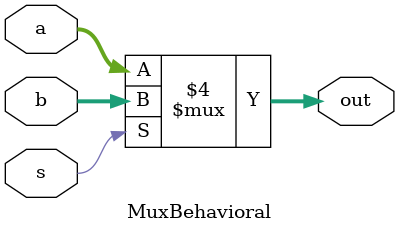
<source format=sv>
module MuxBehavioral(a, b, s, out);
    input [1:0] a, b;
    input s;
    output reg [1:0] out;

    always @ ( a or b or s ) begin
        if( s == 0 )
            out = a;
        else 
            out = b;
    end
endmodule

</source>
